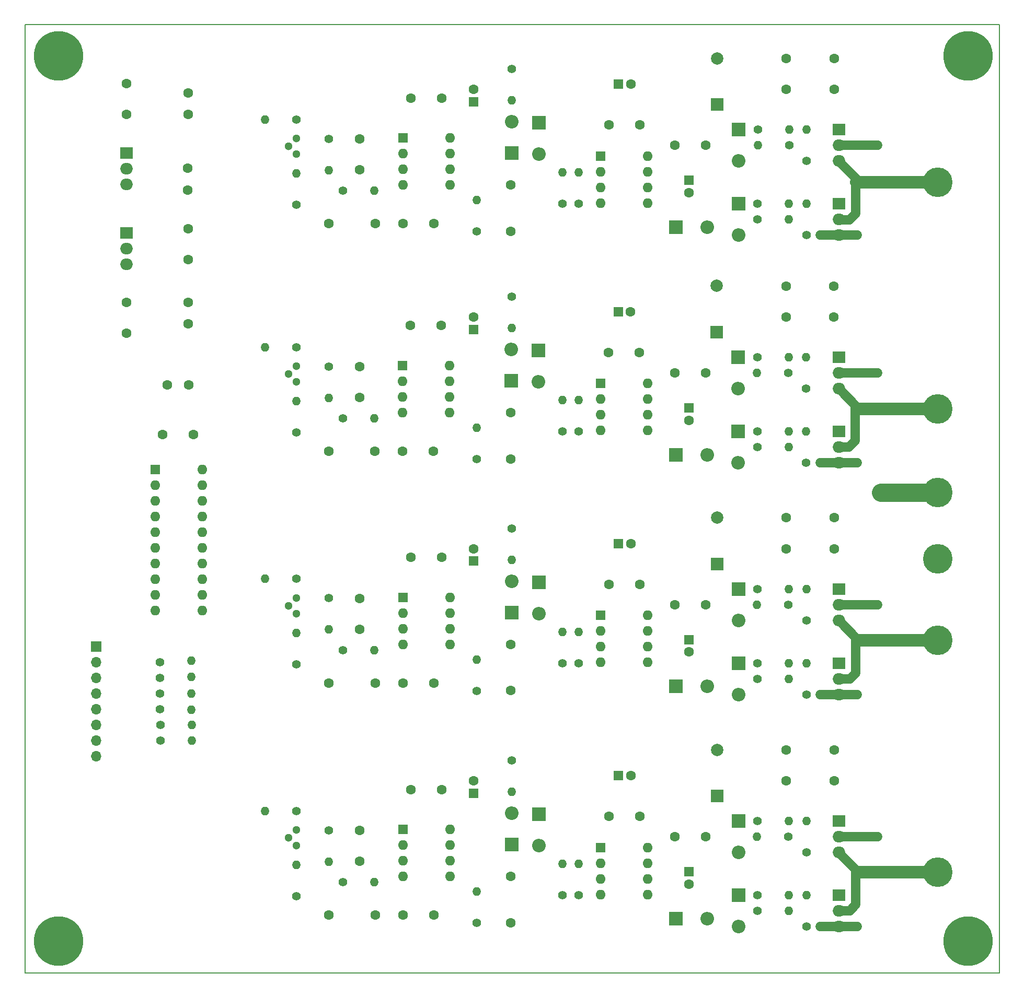
<source format=gbr>
G04 #@! TF.GenerationSoftware,KiCad,Pcbnew,(6.0.11)*
G04 #@! TF.CreationDate,2023-03-10T15:43:48+07:00*
G04 #@! TF.ProjectId,two-phase,74776f2d-7068-4617-9365-2e6b69636164,rev?*
G04 #@! TF.SameCoordinates,Original*
G04 #@! TF.FileFunction,Soldermask,Bot*
G04 #@! TF.FilePolarity,Negative*
%FSLAX46Y46*%
G04 Gerber Fmt 4.6, Leading zero omitted, Abs format (unit mm)*
G04 Created by KiCad (PCBNEW (6.0.11)) date 2023-03-10 15:43:48*
%MOMM*%
%LPD*%
G01*
G04 APERTURE LIST*
%ADD10C,1.500000*%
%ADD11C,2.000000*%
%ADD12C,3.000000*%
G04 #@! TA.AperFunction,Profile*
%ADD13C,0.150000*%
G04 #@! TD*
%ADD14R,2.000000X1.905000*%
%ADD15O,2.000000X1.905000*%
%ADD16C,1.600000*%
%ADD17C,1.400000*%
%ADD18O,1.400000X1.400000*%
%ADD19C,4.800000*%
%ADD20R,2.200000X2.200000*%
%ADD21O,2.200000X2.200000*%
%ADD22R,1.600000X1.600000*%
%ADD23O,1.600000X1.600000*%
%ADD24C,8.000000*%
%ADD25R,2.000000X2.000000*%
%ADD26C,2.000000*%
%ADD27O,1.300000X1.300000*%
%ADD28C,1.300000*%
%ADD29R,1.700000X1.700000*%
%ADD30O,1.700000X1.700000*%
G04 APERTURE END LIST*
D10*
X143750000Y-51875000D02*
X149750000Y-51875000D01*
X143750000Y-88780000D02*
X149750000Y-88780000D01*
X143750000Y-164000000D02*
X149750000Y-164000000D01*
X143750000Y-126360000D02*
X149750000Y-126360000D01*
X146750000Y-76800000D02*
X149850000Y-79900000D01*
X148550000Y-123800000D02*
X149500000Y-122900000D01*
X148550000Y-161450000D02*
X149500000Y-160450000D01*
X149500000Y-48100000D02*
X149500000Y-42950000D01*
D11*
X162735000Y-117600000D02*
X150000000Y-117600000D01*
D10*
X146750000Y-152050000D02*
X149950000Y-155250000D01*
X146800000Y-111800000D02*
X153000000Y-111800000D01*
X146705000Y-161450000D02*
X148550000Y-161450000D01*
D11*
X150000000Y-155200000D02*
X162735000Y-155200000D01*
D12*
X162735000Y-93600000D02*
X153500000Y-93600000D01*
D10*
X146800000Y-37300000D02*
X153000000Y-37300000D01*
X146800000Y-74200000D02*
X153000000Y-74200000D01*
D11*
X149550000Y-43300000D02*
X162750000Y-43300000D01*
D10*
X146750000Y-114400000D02*
X149850000Y-117500000D01*
X149500000Y-122900000D02*
X149500000Y-117350000D01*
X148400000Y-86250000D02*
X149400000Y-85250000D01*
X146800000Y-123800000D02*
X148550000Y-123800000D01*
X149500000Y-160450000D02*
X149500000Y-155200000D01*
X146750000Y-86250000D02*
X148400000Y-86250000D01*
X148500000Y-49400000D02*
X149500000Y-48400000D01*
D11*
X150100000Y-80100000D02*
X162735000Y-80100000D01*
D10*
X146700000Y-49400000D02*
X148500000Y-49400000D01*
X146750000Y-39900000D02*
X150000000Y-43150000D01*
X146750000Y-149400000D02*
X153000000Y-149400000D01*
X149400000Y-85250000D02*
X149400000Y-79600000D01*
D13*
X14900000Y-171480000D02*
X172720000Y-171480000D01*
X172720000Y-171480000D02*
X172720000Y-17720000D01*
X172720000Y-17720000D02*
X14900000Y-17720000D01*
X14900000Y-17720000D02*
X14900000Y-171480000D01*
D14*
X146735000Y-83700000D03*
D15*
X146735000Y-86240000D03*
X146735000Y-88780000D03*
D16*
X138250000Y-102717677D03*
X138250000Y-97717677D03*
D17*
X133560000Y-161450000D03*
D18*
X138640000Y-161450000D03*
D19*
X162735000Y-104350000D03*
D16*
X109485000Y-108487677D03*
X114485000Y-108487677D03*
X145985000Y-102717677D03*
X145985000Y-97717677D03*
D20*
X120367930Y-125067677D03*
D21*
X125447930Y-125067677D03*
D17*
X58875000Y-121447677D03*
D18*
X58875000Y-116367677D03*
D17*
X101975000Y-83700000D03*
D18*
X101975000Y-78620000D03*
D16*
X93625000Y-51270000D03*
X93625000Y-43770000D03*
D20*
X120342930Y-87490000D03*
D21*
X125422930Y-87490000D03*
D20*
X93725000Y-38622183D03*
D21*
X93725000Y-33542183D03*
D16*
X81125000Y-50020000D03*
X76125000Y-50020000D03*
D22*
X76115000Y-110627677D03*
D23*
X76115000Y-113167677D03*
X76115000Y-115707677D03*
X76115000Y-118247677D03*
X83735000Y-118247677D03*
X83735000Y-115707677D03*
X83735000Y-113167677D03*
X83735000Y-110627677D03*
D24*
X20320000Y-166370000D03*
D17*
X133560000Y-46800000D03*
D18*
X138640000Y-46800000D03*
D16*
X82395000Y-104117677D03*
X77395000Y-104117677D03*
D17*
X58875000Y-145250000D03*
D18*
X53795000Y-145250000D03*
D22*
X122500000Y-117467677D03*
D16*
X122500000Y-119467677D03*
D19*
X162735000Y-93600000D03*
D16*
X145985000Y-140350000D03*
X145985000Y-135350000D03*
X31355000Y-62810000D03*
X31355000Y-67810000D03*
D17*
X102000000Y-46810000D03*
D18*
X102000000Y-41730000D03*
D16*
X69145000Y-41330000D03*
X69145000Y-36330000D03*
D17*
X104625000Y-46810000D03*
D18*
X104625000Y-41730000D03*
D19*
X162735000Y-117600000D03*
D17*
X88125000Y-163410000D03*
D18*
X88125000Y-158330000D03*
D16*
X81125000Y-162120000D03*
X76125000Y-162120000D03*
D17*
X138680000Y-37350000D03*
D18*
X133600000Y-37350000D03*
D20*
X98125000Y-145797818D03*
D21*
X98125000Y-150877818D03*
D16*
X109485000Y-146120000D03*
X114485000Y-146120000D03*
D17*
X66425000Y-156800000D03*
D18*
X71505000Y-156800000D03*
D17*
X141485000Y-39890000D03*
D18*
X141485000Y-34810000D03*
D16*
X31355000Y-32310000D03*
X31355000Y-27310000D03*
D22*
X87625000Y-142370000D03*
D16*
X87625000Y-140370000D03*
D17*
X93725000Y-61850000D03*
D18*
X93725000Y-66930000D03*
D17*
X36800000Y-121140000D03*
D18*
X41880000Y-120900000D03*
D22*
X76090000Y-73050000D03*
D23*
X76090000Y-75590000D03*
X76090000Y-78130000D03*
X76090000Y-80670000D03*
X83710000Y-80670000D03*
X83710000Y-78130000D03*
X83710000Y-75590000D03*
X83710000Y-73050000D03*
D17*
X138560000Y-149450000D03*
D18*
X133480000Y-149450000D03*
D16*
X109460000Y-70910000D03*
X114460000Y-70910000D03*
X145960000Y-65140000D03*
X145960000Y-60140000D03*
D17*
X104600000Y-83700000D03*
D18*
X104600000Y-78620000D03*
D25*
X127000000Y-142820708D03*
D26*
X127000000Y-135320708D03*
D20*
X98125000Y-33697818D03*
D21*
X98125000Y-38777818D03*
D17*
X102000000Y-158910000D03*
D18*
X102000000Y-153830000D03*
D14*
X31355000Y-51560000D03*
D15*
X31355000Y-54100000D03*
X31355000Y-56640000D03*
D20*
X130460000Y-71700000D03*
D21*
X130460000Y-76780000D03*
D20*
X98125000Y-108165495D03*
D21*
X98125000Y-113245495D03*
D22*
X108185000Y-151150000D03*
D23*
X108185000Y-153690000D03*
X108185000Y-156230000D03*
X108185000Y-158770000D03*
X115805000Y-158770000D03*
X115805000Y-156230000D03*
X115805000Y-153690000D03*
X115805000Y-151150000D03*
D16*
X69120000Y-78220000D03*
X69120000Y-73220000D03*
D24*
X167640000Y-166370000D03*
D20*
X130485000Y-146910000D03*
D21*
X130485000Y-151990000D03*
D17*
X104625000Y-158910000D03*
D18*
X104625000Y-153830000D03*
D16*
X71625000Y-50020000D03*
X64125000Y-50020000D03*
X71600000Y-86910000D03*
X64100000Y-86910000D03*
D17*
X93750000Y-99427677D03*
D18*
X93750000Y-104507677D03*
D16*
X82370000Y-66540000D03*
X77370000Y-66540000D03*
D17*
X58875000Y-46980000D03*
D18*
X58875000Y-41900000D03*
D20*
X130485000Y-109277677D03*
D21*
X130485000Y-114357677D03*
D22*
X108185000Y-113517677D03*
D23*
X108185000Y-116057677D03*
X108185000Y-118597677D03*
X108185000Y-121137677D03*
X115805000Y-121137677D03*
X115805000Y-118597677D03*
X115805000Y-116057677D03*
X115805000Y-113517677D03*
D17*
X36800000Y-123680000D03*
D18*
X41880000Y-123500000D03*
D17*
X36800000Y-128760000D03*
D18*
X41880000Y-128800000D03*
D14*
X146760000Y-34810000D03*
D15*
X146760000Y-37350000D03*
X146760000Y-39890000D03*
D16*
X69145000Y-115797677D03*
X69145000Y-110797677D03*
D20*
X98100000Y-70587818D03*
D21*
X98100000Y-75667818D03*
D17*
X36830000Y-131300000D03*
D18*
X41910000Y-131300000D03*
D22*
X87600000Y-67160000D03*
D16*
X87600000Y-65160000D03*
D17*
X58875000Y-159080000D03*
D18*
X58875000Y-154000000D03*
D17*
X141460000Y-76780000D03*
D18*
X141460000Y-71700000D03*
D22*
X87625000Y-30270000D03*
D16*
X87625000Y-28270000D03*
D17*
X133560000Y-71700000D03*
D18*
X138640000Y-71700000D03*
D20*
X130485000Y-158910000D03*
D21*
X130485000Y-163990000D03*
D22*
X122500000Y-43000000D03*
D16*
X122500000Y-45000000D03*
X42200000Y-84200000D03*
X37200000Y-84200000D03*
D17*
X88125000Y-125777677D03*
D18*
X88125000Y-120697677D03*
D17*
X133560000Y-123817677D03*
D18*
X138640000Y-123817677D03*
D22*
X76115000Y-148260000D03*
D23*
X76115000Y-150800000D03*
X76115000Y-153340000D03*
X76115000Y-155880000D03*
X83735000Y-155880000D03*
X83735000Y-153340000D03*
X83735000Y-150800000D03*
X83735000Y-148260000D03*
D16*
X109485000Y-34020000D03*
X114485000Y-34020000D03*
D17*
X64125000Y-36290000D03*
D18*
X64125000Y-41370000D03*
D16*
X93600000Y-88160000D03*
X93600000Y-80660000D03*
D14*
X146760000Y-146910000D03*
D15*
X146760000Y-149450000D03*
X146760000Y-151990000D03*
D19*
X162735000Y-43350000D03*
D17*
X58875000Y-33150000D03*
D18*
X53795000Y-33150000D03*
D16*
X120190112Y-37350000D03*
X125190112Y-37350000D03*
D17*
X141485000Y-163990000D03*
D18*
X141485000Y-158910000D03*
D17*
X133560000Y-146910000D03*
D18*
X138640000Y-146910000D03*
D16*
X93625000Y-163370000D03*
X93625000Y-155870000D03*
D20*
X93725000Y-150722183D03*
D21*
X93725000Y-145642183D03*
D20*
X130460000Y-83700000D03*
D21*
X130460000Y-88780000D03*
D17*
X88125000Y-51310000D03*
D18*
X88125000Y-46230000D03*
D17*
X138560000Y-111817677D03*
D18*
X133480000Y-111817677D03*
D17*
X88100000Y-88200000D03*
D18*
X88100000Y-83120000D03*
D27*
X58875000Y-38770000D03*
D28*
X57605000Y-37500000D03*
X58875000Y-36230000D03*
D16*
X120190112Y-149450000D03*
X125190112Y-149450000D03*
D20*
X93725000Y-113089860D03*
D21*
X93725000Y-108009860D03*
D22*
X76115000Y-36160000D03*
D23*
X76115000Y-38700000D03*
X76115000Y-41240000D03*
X76115000Y-43780000D03*
X83735000Y-43780000D03*
X83735000Y-41240000D03*
X83735000Y-38700000D03*
X83735000Y-36160000D03*
D22*
X111029888Y-27410000D03*
D16*
X113029888Y-27410000D03*
D17*
X66400000Y-81590000D03*
D18*
X71480000Y-81590000D03*
D17*
X64125000Y-148390000D03*
D18*
X64125000Y-153470000D03*
D22*
X122500000Y-155100000D03*
D16*
X122500000Y-157100000D03*
D17*
X133560000Y-121277677D03*
D18*
X138640000Y-121277677D03*
D17*
X133560000Y-49340000D03*
D18*
X138640000Y-49340000D03*
D17*
X133560000Y-109277677D03*
D18*
X138640000Y-109277677D03*
D16*
X82395000Y-141750000D03*
X77395000Y-141750000D03*
D17*
X36800000Y-126220000D03*
D18*
X41880000Y-126220000D03*
D17*
X133560000Y-86240000D03*
D18*
X138640000Y-86240000D03*
D16*
X41355000Y-50840000D03*
X41355000Y-55840000D03*
D24*
X167640000Y-22860000D03*
D14*
X146760000Y-46810000D03*
D15*
X146760000Y-49350000D03*
X146760000Y-51890000D03*
D17*
X93750000Y-137060000D03*
D18*
X93750000Y-142140000D03*
D16*
X120165112Y-74240000D03*
X125165112Y-74240000D03*
D19*
X162735000Y-155200000D03*
D16*
X71625000Y-124487677D03*
X64125000Y-124487677D03*
X41300000Y-44577000D03*
X41300000Y-41077000D03*
D22*
X122475000Y-79890000D03*
D16*
X122475000Y-81890000D03*
D20*
X130485000Y-46810000D03*
D21*
X130485000Y-51890000D03*
D16*
X138250000Y-140350000D03*
X138250000Y-135350000D03*
D22*
X111004888Y-64300000D03*
D16*
X113004888Y-64300000D03*
D20*
X120367930Y-162700000D03*
D21*
X125447930Y-162700000D03*
D17*
X93750000Y-24960000D03*
D18*
X93750000Y-30040000D03*
D20*
X130485000Y-121277677D03*
D21*
X130485000Y-126357677D03*
D20*
X120367930Y-50600000D03*
D21*
X125447930Y-50600000D03*
D16*
X69145000Y-153430000D03*
X69145000Y-148430000D03*
D28*
X58875000Y-150870000D03*
X57605000Y-149600000D03*
X58875000Y-148330000D03*
D24*
X20320000Y-22860000D03*
D14*
X146760000Y-158910000D03*
D15*
X146760000Y-161450000D03*
X146760000Y-163990000D03*
D16*
X82395000Y-29650000D03*
X77395000Y-29650000D03*
X138225000Y-65140000D03*
X138225000Y-60140000D03*
D14*
X146760000Y-109277677D03*
D15*
X146760000Y-111817677D03*
X146760000Y-114357677D03*
D17*
X141485000Y-114357677D03*
D18*
X141485000Y-109277677D03*
D14*
X31355000Y-38560000D03*
D15*
X31355000Y-41100000D03*
X31355000Y-43640000D03*
D16*
X138250000Y-28250000D03*
X138250000Y-23250000D03*
D22*
X108185000Y-39050000D03*
D23*
X108185000Y-41590000D03*
X108185000Y-44130000D03*
X108185000Y-46670000D03*
X115805000Y-46670000D03*
X115805000Y-44130000D03*
X115805000Y-41590000D03*
X115805000Y-39050000D03*
D17*
X58850000Y-83870000D03*
D18*
X58850000Y-78790000D03*
D17*
X141485000Y-151990000D03*
D18*
X141485000Y-146910000D03*
D16*
X71625000Y-162120000D03*
X64125000Y-162120000D03*
D14*
X146760000Y-121277677D03*
D15*
X146760000Y-123817677D03*
X146760000Y-126357677D03*
D17*
X141485000Y-126357677D03*
D18*
X141485000Y-121277677D03*
D17*
X138560000Y-74240000D03*
D18*
X133480000Y-74240000D03*
D17*
X64100000Y-73180000D03*
D18*
X64100000Y-78260000D03*
D14*
X146735000Y-71700000D03*
D15*
X146735000Y-74240000D03*
X146735000Y-76780000D03*
D17*
X66425000Y-44700000D03*
D18*
X71505000Y-44700000D03*
D17*
X102000000Y-121277677D03*
D18*
X102000000Y-116197677D03*
D22*
X108160000Y-75940000D03*
D23*
X108160000Y-78480000D03*
X108160000Y-81020000D03*
X108160000Y-83560000D03*
X115780000Y-83560000D03*
X115780000Y-81020000D03*
X115780000Y-78480000D03*
X115780000Y-75940000D03*
D20*
X93700000Y-75512183D03*
D21*
X93700000Y-70432183D03*
D17*
X104625000Y-121277677D03*
D18*
X104625000Y-116197677D03*
D28*
X58850000Y-75660000D03*
X57580000Y-74390000D03*
X58850000Y-73120000D03*
D16*
X93625000Y-125737677D03*
X93625000Y-118237677D03*
D22*
X87625000Y-104737677D03*
D16*
X87625000Y-102737677D03*
D22*
X36000000Y-89850000D03*
D23*
X36000000Y-92390000D03*
X36000000Y-94930000D03*
X36000000Y-97470000D03*
X36000000Y-100010000D03*
X36000000Y-102550000D03*
X36000000Y-105090000D03*
X36000000Y-107630000D03*
X36000000Y-110170000D03*
X36000000Y-112710000D03*
X43620000Y-112710000D03*
X43620000Y-110170000D03*
X43620000Y-107630000D03*
X43620000Y-105090000D03*
X43620000Y-102550000D03*
X43620000Y-100010000D03*
X43620000Y-97470000D03*
X43620000Y-94930000D03*
X43620000Y-92390000D03*
X43620000Y-89850000D03*
D16*
X41355000Y-32310000D03*
X41355000Y-28810000D03*
D25*
X127000000Y-105188385D03*
D26*
X127000000Y-97688385D03*
D17*
X133560000Y-158910000D03*
D18*
X138640000Y-158910000D03*
D16*
X41450000Y-76200000D03*
X37950000Y-76200000D03*
D17*
X64125000Y-110757677D03*
D18*
X64125000Y-115837677D03*
D19*
X162735000Y-80100000D03*
D17*
X58875000Y-107617677D03*
D18*
X53795000Y-107617677D03*
D17*
X141460000Y-88780000D03*
D18*
X141460000Y-83700000D03*
D16*
X41355000Y-62810000D03*
X41355000Y-66310000D03*
X81100000Y-86910000D03*
X76100000Y-86910000D03*
D25*
X126975000Y-67610708D03*
D26*
X126975000Y-60110708D03*
D17*
X133560000Y-83700000D03*
D18*
X138640000Y-83700000D03*
D17*
X58850000Y-70040000D03*
D18*
X53770000Y-70040000D03*
D17*
X36830000Y-133840000D03*
D18*
X41910000Y-133840000D03*
D16*
X145985000Y-28250000D03*
X145985000Y-23250000D03*
D17*
X66425000Y-119167677D03*
D18*
X71505000Y-119167677D03*
D29*
X26485000Y-118600000D03*
D30*
X26485000Y-121140000D03*
X26485000Y-123680000D03*
X26485000Y-126220000D03*
X26485000Y-128760000D03*
X26485000Y-131300000D03*
X26485000Y-133840000D03*
X26485000Y-136380000D03*
D17*
X133600000Y-34810000D03*
D18*
X138680000Y-34810000D03*
D25*
X127000000Y-30720708D03*
D26*
X127000000Y-23220708D03*
D22*
X111029888Y-101877677D03*
D16*
X113029888Y-101877677D03*
D17*
X141485000Y-51890000D03*
D18*
X141485000Y-46810000D03*
D20*
X130485000Y-34810000D03*
D21*
X130485000Y-39890000D03*
D16*
X120190112Y-111817677D03*
X125190112Y-111817677D03*
D22*
X111029888Y-139510000D03*
D16*
X113029888Y-139510000D03*
D28*
X58875000Y-113237677D03*
X57605000Y-111967677D03*
X58875000Y-110697677D03*
D16*
X81125000Y-124487677D03*
X76125000Y-124487677D03*
M02*

</source>
